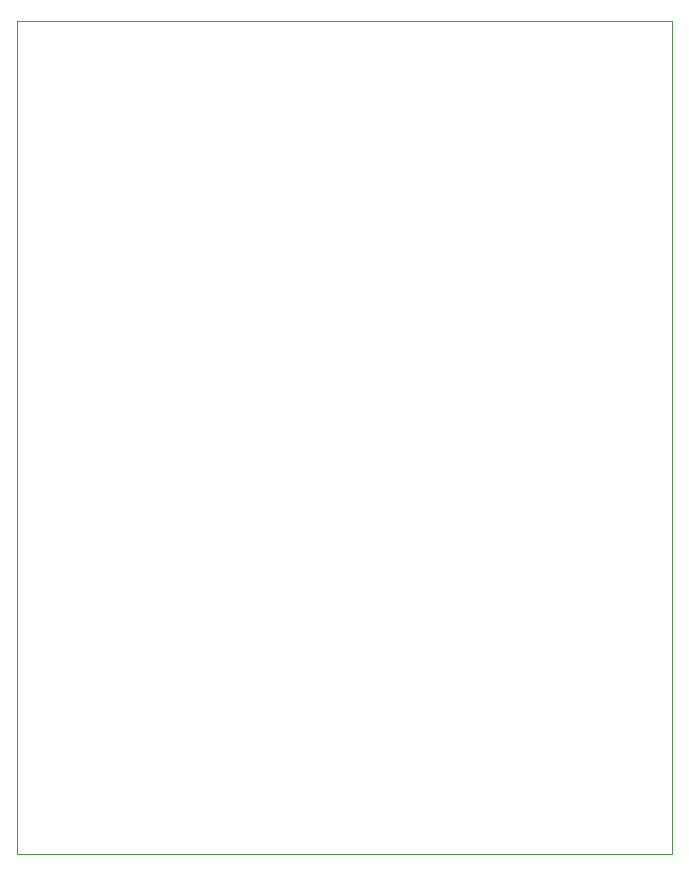
<source format=gbr>
%TF.GenerationSoftware,KiCad,Pcbnew,9.0.3*%
%TF.CreationDate,2025-10-17T23:17:00-07:00*%
%TF.ProjectId,Small_car_electronics.FCStd,536d616c-6c5f-4636-9172-5f656c656374,rev?*%
%TF.SameCoordinates,Original*%
%TF.FileFunction,Profile,NP*%
%FSLAX46Y46*%
G04 Gerber Fmt 4.6, Leading zero omitted, Abs format (unit mm)*
G04 Created by KiCad (PCBNEW 9.0.3) date 2025-10-17 23:17:00*
%MOMM*%
%LPD*%
G01*
G04 APERTURE LIST*
%TA.AperFunction,Profile*%
%ADD10C,0.050000*%
%TD*%
G04 APERTURE END LIST*
D10*
X67500000Y-47000000D02*
X123000000Y-47000000D01*
X123000000Y-117500000D01*
X67500000Y-117500000D01*
X67500000Y-47000000D01*
M02*

</source>
